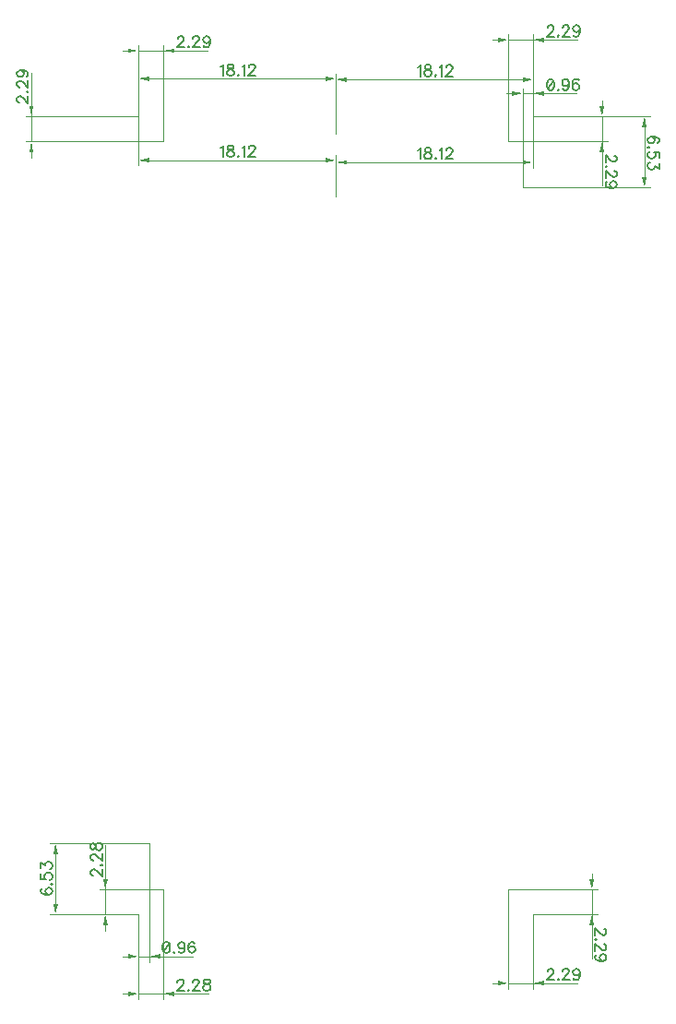
<source format=gbr>
G04 DipTrace 3.0.0.2*
G04 TopDimension.gbr*
%MOIN*%
G04 #@! TF.FileFunction,Drawing,Top*
G04 #@! TF.Part,Single*
%ADD13C,0.001496*%
%ADD120C,0.006176*%
%FSLAX26Y26*%
G04*
G70*
G90*
G75*
G01*
G04 TopDimension*
%LPD*%
X1141732Y3250919D2*
D13*
Y3465617D1*
X1855171Y3311864D2*
Y3465617D1*
X1498451Y3445932D2*
X1181102D1*
G36*
X1141732D2*
X1181102Y3453806D1*
Y3438058D1*
X1141732Y3445932D1*
G37*
X1498451D2*
D13*
X1815801D1*
G36*
X1855171D2*
X1815801Y3438058D1*
Y3453806D1*
X1855171Y3445932D1*
G37*
X1141732Y3250919D2*
D13*
Y3467848D1*
X428294Y3311864D2*
Y3467848D1*
X785013Y3448163D2*
X1102362D1*
G36*
X1141732D2*
X1102362Y3440289D1*
Y3456037D1*
X1141732Y3448163D1*
G37*
X785013D2*
D13*
X467664D1*
G36*
X428294D2*
X467664Y3456037D1*
Y3440289D1*
X428294Y3448163D1*
G37*
X1141732Y3023753D2*
D13*
Y3166142D1*
X1855171Y3311864D2*
Y3126772D1*
X1498451Y3146457D2*
X1181102D1*
G36*
X1141732D2*
X1181102Y3154331D1*
Y3138583D1*
X1141732Y3146457D1*
G37*
X1498451D2*
D13*
X1815801D1*
G36*
X1855171D2*
X1815801Y3138583D1*
Y3154331D1*
X1855171Y3146457D1*
G37*
X1141732Y3023753D2*
D13*
Y3174409D1*
X428294Y3311864D2*
Y3135039D1*
X785013Y3154724D2*
X1102362D1*
G36*
X1141732D2*
X1102362Y3146850D1*
Y3162598D1*
X1141732Y3154724D1*
G37*
X785013D2*
D13*
X467664D1*
G36*
X428294D2*
X467664Y3162598D1*
Y3146850D1*
X428294Y3154724D1*
G37*
X518285Y3221860D2*
D13*
Y3569886D1*
X428294Y3311864D2*
Y3569886D1*
Y3550201D2*
X518285D1*
X369239D2*
X388924D1*
G36*
X428294D2*
X388924Y3542327D1*
Y3558075D1*
X428294Y3550201D1*
G37*
X577340D2*
D13*
X557655D1*
G36*
X518285D2*
X557655Y3558075D1*
Y3542327D1*
X518285Y3550201D1*
G37*
X677039D2*
D13*
X518285D1*
X1765192Y3221871D2*
Y3608886D1*
X1855171Y3311864D2*
Y3608886D1*
X1765192Y3589201D2*
X1855171D1*
X1706136D2*
X1725822D1*
G36*
X1765192D2*
X1725822Y3581327D1*
Y3597075D1*
X1765192Y3589201D1*
G37*
X1914226D2*
D13*
X1894541D1*
G36*
X1855171D2*
X1894541Y3597075D1*
Y3581327D1*
X1855171Y3589201D1*
G37*
X2013924D2*
D13*
X1855171D1*
X1765134Y518299D2*
Y161016D1*
X1855171Y428294D2*
Y161016D1*
X1765134Y180701D2*
X1855171D1*
X1706079D2*
X1725764D1*
G36*
X1765134D2*
X1725764Y172827D1*
Y188575D1*
X1765134Y180701D1*
G37*
X1914226D2*
D13*
X1894541D1*
G36*
X1855171D2*
X1894541Y188575D1*
Y172827D1*
X1855171Y180701D1*
G37*
X2013924D2*
D13*
X1855171D1*
X518241Y518241D2*
Y122016D1*
X428294Y428294D2*
Y122016D1*
Y141701D2*
X518241D1*
X369239D2*
X388924D1*
G36*
X428294D2*
X388924Y133827D1*
Y149575D1*
X428294Y141701D1*
G37*
X577297D2*
D13*
X557612D1*
G36*
X518241D2*
X557612Y149575D1*
Y133827D1*
X518241Y141701D1*
G37*
X678852D2*
D13*
X518241D1*
X1765134Y518299D2*
X2085996D1*
X1855171Y428294D2*
X2085996D1*
X2066311Y518299D2*
Y428294D1*
Y577354D2*
Y557669D1*
G36*
Y518299D2*
X2058437Y557669D1*
X2074185D1*
X2066311Y518299D1*
G37*
Y369239D2*
D13*
Y388924D1*
G36*
Y428294D2*
X2074185Y388924D1*
X2058437D1*
X2066311Y428294D1*
G37*
Y269540D2*
D13*
Y518299D1*
X518241Y518241D2*
X288126D1*
X428294Y428294D2*
X288126D1*
X307811Y518241D2*
Y428294D1*
Y577297D2*
Y557612D1*
G36*
Y518241D2*
X299937Y557612D1*
X315685D1*
X307811Y518241D1*
G37*
Y369239D2*
D13*
Y388924D1*
G36*
Y428294D2*
X315685Y388924D1*
X299937D1*
X307811Y428294D1*
G37*
Y678852D2*
D13*
Y518241D1*
X1765192Y3221871D2*
X2122996D1*
X1855171Y3311864D2*
X2122996D1*
X2103311D2*
Y3221871D1*
Y3370919D2*
Y3351234D1*
G36*
Y3311864D2*
X2095437Y3351234D1*
X2111185D1*
X2103311Y3311864D1*
G37*
Y3162816D2*
D13*
Y3182501D1*
G36*
Y3221871D2*
X2111185Y3182501D1*
X2095437D1*
X2103311Y3221871D1*
G37*
Y3063118D2*
D13*
Y3311864D1*
X518285Y3221860D2*
X21126D1*
X428294Y3311864D2*
X21126D1*
X40811D2*
Y3221860D1*
Y3370919D2*
Y3351234D1*
G36*
Y3311864D2*
X32937Y3351234D1*
X48685D1*
X40811Y3311864D1*
G37*
Y3162804D2*
D13*
Y3182490D1*
G36*
Y3221860D2*
X48685Y3182490D1*
X32937D1*
X40811Y3221860D1*
G37*
Y3470617D2*
D13*
Y3311864D1*
X466273Y685302D2*
Y258005D1*
X428294Y428294D2*
Y258005D1*
Y277690D2*
X466273D1*
X369239D2*
X388924D1*
G36*
X428294D2*
X388924Y269816D1*
Y285564D1*
X428294Y277690D1*
G37*
X525328D2*
D13*
X505643D1*
G36*
X466273D2*
X505643Y285564D1*
Y269816D1*
X466273Y277690D1*
G37*
X623081D2*
D13*
X466273D1*
Y685302D2*
X108136D1*
X428294Y428294D2*
X108136D1*
X127822Y556798D2*
Y645932D1*
G36*
Y685302D2*
X135696Y645932D1*
X119948D1*
X127822Y685302D1*
G37*
Y556798D2*
D13*
Y467664D1*
G36*
Y428294D2*
X119948Y467664D1*
X135696D1*
X127822Y428294D1*
G37*
X1817192Y3054856D2*
D13*
X2276247D1*
X1855171Y3311864D2*
X2276247D1*
X2256562Y3183360D2*
Y3094226D1*
G36*
Y3054856D2*
X2248688Y3094226D1*
X2264436D1*
X2256562Y3054856D1*
G37*
Y3183360D2*
D13*
Y3272493D1*
G36*
Y3311864D2*
X2264436Y3272493D1*
X2248688D1*
X2256562Y3311864D1*
G37*
X1817192Y3054856D2*
D13*
Y3414567D1*
X1855171Y3311864D2*
Y3414567D1*
X1817192Y3394882D2*
X1855171D1*
X1758136D2*
X1777822D1*
G36*
X1817192D2*
X1777822Y3387008D1*
Y3402756D1*
X1817192Y3394882D1*
G37*
X1914226D2*
D13*
X1894541D1*
G36*
X1855171D2*
X1894541Y3402756D1*
Y3387008D1*
X1855171Y3394882D1*
G37*
X2011979D2*
D13*
X1855171D1*
X1438546Y3490641D2*
D120*
X1442393Y3492586D1*
X1448141Y3498290D1*
Y3458143D1*
X1470043Y3498290D2*
X1464339Y3496389D1*
X1462393Y3492586D1*
Y3488740D1*
X1464339Y3484937D1*
X1468141Y3482992D1*
X1475791Y3481090D1*
X1481539Y3479189D1*
X1485341Y3475342D1*
X1487242Y3471540D1*
Y3465792D1*
X1485341Y3461989D1*
X1483440Y3460044D1*
X1477692Y3458143D1*
X1470043D1*
X1464339Y3460044D1*
X1462393Y3461989D1*
X1460492Y3465792D1*
Y3471540D1*
X1462393Y3475342D1*
X1466240Y3479189D1*
X1471944Y3481090D1*
X1479593Y3482992D1*
X1483440Y3484937D1*
X1485341Y3488740D1*
Y3492586D1*
X1483440Y3496389D1*
X1477692Y3498290D1*
X1470043D1*
X1501495Y3461989D2*
X1499594Y3460044D1*
X1501495Y3458143D1*
X1503441Y3460044D1*
X1501495Y3461989D1*
X1515792Y3490641D2*
X1519639Y3492586D1*
X1525387Y3498290D1*
Y3458143D1*
X1539684Y3488740D2*
Y3490641D1*
X1541585Y3494488D1*
X1543486Y3496389D1*
X1547333Y3498290D1*
X1554982D1*
X1558785Y3496389D1*
X1560686Y3494488D1*
X1562632Y3490641D1*
Y3486838D1*
X1560686Y3482992D1*
X1556884Y3477288D1*
X1537738Y3458143D1*
X1564533D1*
X725107Y3492872D2*
X728954Y3494817D1*
X734702Y3500521D1*
Y3460373D1*
X756604Y3500521D2*
X750900Y3498620D1*
X748955Y3494817D1*
Y3490971D1*
X750900Y3487168D1*
X754703Y3485223D1*
X762352Y3483321D1*
X768100Y3481420D1*
X771903Y3477573D1*
X773804Y3473771D1*
Y3468023D1*
X771903Y3464220D1*
X770002Y3462275D1*
X764254Y3460373D1*
X756604D1*
X750900Y3462275D1*
X748955Y3464220D1*
X747054Y3468023D1*
Y3473771D1*
X748955Y3477573D1*
X752802Y3481420D1*
X758505Y3483321D1*
X766155Y3485223D1*
X770002Y3487168D1*
X771903Y3490971D1*
Y3494817D1*
X770002Y3498620D1*
X764254Y3500521D1*
X756604D1*
X788057Y3464220D2*
X786155Y3462275D1*
X788057Y3460373D1*
X790002Y3462275D1*
X788057Y3464220D1*
X802354Y3492872D2*
X806200Y3494817D1*
X811948Y3500521D1*
Y3460373D1*
X826245Y3490971D2*
Y3492872D1*
X828147Y3496719D1*
X830048Y3498620D1*
X833895Y3500521D1*
X841544D1*
X845346Y3498620D1*
X847248Y3496719D1*
X849193Y3492872D1*
Y3489069D1*
X847248Y3485223D1*
X843445Y3479519D1*
X824300Y3460373D1*
X851095D1*
X1438546Y3191166D2*
X1442393Y3193111D1*
X1448141Y3198815D1*
Y3158667D1*
X1470043Y3198815D2*
X1464339Y3196914D1*
X1462393Y3193111D1*
Y3189265D1*
X1464339Y3185462D1*
X1468141Y3183517D1*
X1475791Y3181615D1*
X1481539Y3179714D1*
X1485341Y3175867D1*
X1487242Y3172065D1*
Y3166317D1*
X1485341Y3162514D1*
X1483440Y3160569D1*
X1477692Y3158667D1*
X1470043D1*
X1464339Y3160569D1*
X1462393Y3162514D1*
X1460492Y3166317D1*
Y3172065D1*
X1462393Y3175867D1*
X1466240Y3179714D1*
X1471944Y3181615D1*
X1479593Y3183517D1*
X1483440Y3185462D1*
X1485341Y3189265D1*
Y3193111D1*
X1483440Y3196914D1*
X1477692Y3198815D1*
X1470043D1*
X1501495Y3162514D2*
X1499594Y3160569D1*
X1501495Y3158667D1*
X1503441Y3160569D1*
X1501495Y3162514D1*
X1515792Y3191166D2*
X1519639Y3193111D1*
X1525387Y3198815D1*
Y3158667D1*
X1539684Y3189265D2*
Y3191166D1*
X1541585Y3195013D1*
X1543486Y3196914D1*
X1547333Y3198815D1*
X1554982D1*
X1558785Y3196914D1*
X1560686Y3195013D1*
X1562632Y3191166D1*
Y3187363D1*
X1560686Y3183517D1*
X1556884Y3177813D1*
X1537738Y3158667D1*
X1564533D1*
X725107Y3199434D2*
X728954Y3201379D1*
X734702Y3207083D1*
Y3166935D1*
X756604Y3207083D2*
X750900Y3205182D1*
X748955Y3201379D1*
Y3197532D1*
X750900Y3193730D1*
X754703Y3191784D1*
X762352Y3189883D1*
X768100Y3187982D1*
X771903Y3184135D1*
X773804Y3180333D1*
Y3174584D1*
X771903Y3170782D1*
X770002Y3168836D1*
X764254Y3166935D1*
X756604D1*
X750900Y3168836D1*
X748955Y3170782D1*
X747054Y3174584D1*
Y3180333D1*
X748955Y3184135D1*
X752802Y3187982D1*
X758505Y3189883D1*
X766155Y3191784D1*
X770002Y3193730D1*
X771903Y3197532D1*
Y3201379D1*
X770002Y3205182D1*
X764254Y3207083D1*
X756604D1*
X788057Y3170782D2*
X786155Y3168836D1*
X788057Y3166935D1*
X790002Y3168836D1*
X788057Y3170782D1*
X802354Y3199434D2*
X806200Y3201379D1*
X811948Y3207083D1*
Y3166935D1*
X826245Y3197532D2*
Y3199434D1*
X828147Y3203280D1*
X830048Y3205182D1*
X833895Y3207083D1*
X841544D1*
X845346Y3205182D1*
X847248Y3203280D1*
X849193Y3199434D1*
Y3195631D1*
X847248Y3191784D1*
X843445Y3186081D1*
X824300Y3166935D1*
X851095D1*
X568864Y3593009D2*
Y3594910D1*
X570765Y3598757D1*
X572666Y3600658D1*
X576513Y3602559D1*
X584162D1*
X587965Y3600658D1*
X589866Y3598757D1*
X591812Y3594910D1*
Y3591107D1*
X589866Y3587261D1*
X586064Y3581557D1*
X566918Y3562412D1*
X593713D1*
X607966Y3566258D2*
X606064Y3564313D1*
X607966Y3562412D1*
X609911Y3564313D1*
X607966Y3566258D1*
X624208Y3593009D2*
Y3594910D1*
X626109Y3598757D1*
X628011Y3600658D1*
X631857Y3602559D1*
X639507D1*
X643309Y3600658D1*
X645211Y3598757D1*
X647156Y3594910D1*
Y3591107D1*
X645211Y3587261D1*
X641408Y3581557D1*
X622263Y3562412D1*
X649057D1*
X686302Y3589206D2*
X684357Y3583458D1*
X680554Y3579611D1*
X674806Y3577710D1*
X672905D1*
X667157Y3579611D1*
X663354Y3583458D1*
X661409Y3589206D1*
Y3591107D1*
X663354Y3596856D1*
X667157Y3600658D1*
X672905Y3602559D1*
X674806D1*
X680554Y3600658D1*
X684357Y3596856D1*
X686302Y3589206D1*
Y3579611D1*
X684357Y3570061D1*
X680554Y3564313D1*
X674806Y3562412D1*
X671003D1*
X665255Y3564313D1*
X663354Y3568160D1*
X1905750Y3632009D2*
Y3633910D1*
X1907651Y3637757D1*
X1909552Y3639658D1*
X1913399Y3641559D1*
X1921048D1*
X1924851Y3639658D1*
X1926752Y3637757D1*
X1928698Y3633910D1*
Y3630107D1*
X1926752Y3626261D1*
X1922950Y3620557D1*
X1903804Y3601412D1*
X1930599D1*
X1944852Y3605258D2*
X1942950Y3603313D1*
X1944852Y3601412D1*
X1946797Y3603313D1*
X1944852Y3605258D1*
X1961094Y3632009D2*
Y3633910D1*
X1962995Y3637757D1*
X1964896Y3639658D1*
X1968743Y3641559D1*
X1976393D1*
X1980195Y3639658D1*
X1982096Y3637757D1*
X1984042Y3633910D1*
Y3630107D1*
X1982096Y3626261D1*
X1978294Y3620557D1*
X1959148Y3601412D1*
X1985943D1*
X2023188Y3628206D2*
X2021242Y3622458D1*
X2017440Y3618611D1*
X2011692Y3616710D1*
X2009791D1*
X2004043Y3618611D1*
X2000240Y3622458D1*
X1998295Y3628206D1*
Y3630107D1*
X2000240Y3635856D1*
X2004043Y3639658D1*
X2009791Y3641559D1*
X2011692D1*
X2017440Y3639658D1*
X2021242Y3635856D1*
X2023188Y3628206D1*
Y3618611D1*
X2021242Y3609061D1*
X2017440Y3603313D1*
X2011692Y3601412D1*
X2007889D1*
X2002141Y3603313D1*
X2000240Y3607160D1*
X1905750Y223509D2*
Y225410D1*
X1907651Y229257D1*
X1909552Y231158D1*
X1913399Y233059D1*
X1921048D1*
X1924851Y231158D1*
X1926752Y229257D1*
X1928698Y225410D1*
Y221607D1*
X1926752Y217761D1*
X1922950Y212057D1*
X1903804Y192912D1*
X1930599D1*
X1944852Y196758D2*
X1942950Y194813D1*
X1944852Y192912D1*
X1946797Y194813D1*
X1944852Y196758D1*
X1961094Y223509D2*
Y225410D1*
X1962995Y229257D1*
X1964896Y231158D1*
X1968743Y233059D1*
X1976393D1*
X1980195Y231158D1*
X1982096Y229257D1*
X1984042Y225410D1*
Y221607D1*
X1982096Y217761D1*
X1978294Y212057D1*
X1959148Y192912D1*
X1985943D1*
X2023188Y219706D2*
X2021242Y213958D1*
X2017440Y210111D1*
X2011692Y208210D1*
X2009791D1*
X2004043Y210111D1*
X2000240Y213958D1*
X1998295Y219706D1*
Y221607D1*
X2000240Y227356D1*
X2004043Y231158D1*
X2009791Y233059D1*
X2011692D1*
X2017440Y231158D1*
X2021242Y227356D1*
X2023188Y219706D1*
Y210111D1*
X2021242Y200561D1*
X2017440Y194813D1*
X2011692Y192912D1*
X2007889D1*
X2002141Y194813D1*
X2000240Y198660D1*
X568821Y184509D2*
Y186410D1*
X570722Y190257D1*
X572623Y192158D1*
X576470Y194059D1*
X584119D1*
X587922Y192158D1*
X589823Y190257D1*
X591768Y186410D1*
Y182607D1*
X589823Y178761D1*
X586020Y173057D1*
X566875Y153912D1*
X593670D1*
X607922Y157758D2*
X606021Y155813D1*
X607922Y153912D1*
X609868Y155813D1*
X607922Y157758D1*
X624165Y184509D2*
Y186410D1*
X626066Y190257D1*
X627967Y192158D1*
X631814Y194059D1*
X639463D1*
X643266Y192158D1*
X645167Y190257D1*
X647113Y186410D1*
Y182607D1*
X645167Y178761D1*
X641365Y173057D1*
X622219Y153912D1*
X649014D1*
X670916Y194059D2*
X665212Y192158D1*
X663267Y188356D1*
Y184509D1*
X665212Y180706D1*
X669015Y178761D1*
X676664Y176859D1*
X682412Y174958D1*
X686215Y171111D1*
X688116Y167309D1*
Y161561D1*
X686215Y157758D1*
X684313Y155813D1*
X678565Y153912D1*
X670916D1*
X665212Y155813D1*
X663267Y157758D1*
X661365Y161561D1*
Y167309D1*
X663267Y171111D1*
X667113Y174958D1*
X672817Y176859D1*
X680467Y178761D1*
X684313Y180706D1*
X686215Y184509D1*
Y188356D1*
X684313Y192158D1*
X678565Y194059D1*
X670916D1*
X2109119Y377715D2*
X2111020D1*
X2114867Y375814D1*
X2116768Y373912D1*
X2118670Y370066D1*
Y362416D1*
X2116768Y358614D1*
X2114867Y356712D1*
X2111020Y354767D1*
X2107218D1*
X2103371Y356712D1*
X2097667Y360515D1*
X2078522Y379660D1*
Y352866D1*
X2082369Y338613D2*
X2080423Y340514D1*
X2078522Y338613D1*
X2080423Y336668D1*
X2082369Y338613D1*
X2109119Y322371D2*
X2111020D1*
X2114867Y320469D1*
X2116768Y318568D1*
X2118670Y314721D1*
Y307072D1*
X2116768Y303269D1*
X2114867Y301368D1*
X2111020Y299423D1*
X2107218D1*
X2103371Y301368D1*
X2097667Y305171D1*
X2078522Y324316D1*
Y297521D1*
X2105316Y260277D2*
X2099568Y262222D1*
X2095722Y266025D1*
X2093820Y271773D1*
Y273674D1*
X2095722Y279422D1*
X2099568Y283225D1*
X2105316Y285170D1*
X2107218D1*
X2112966Y283225D1*
X2116768Y279422D1*
X2118670Y273674D1*
Y271773D1*
X2116768Y266025D1*
X2112966Y262222D1*
X2105316Y260277D1*
X2095722D1*
X2086171Y262222D1*
X2080423Y266025D1*
X2078522Y271773D1*
Y275575D1*
X2080423Y281323D1*
X2084270Y283225D1*
X265003Y568821D2*
X263102D1*
X259255Y570722D1*
X257354Y572623D1*
X255452Y576470D1*
Y584119D1*
X257354Y587922D1*
X259255Y589823D1*
X263102Y591768D1*
X266904D1*
X270751Y589823D1*
X276455Y586020D1*
X295600Y566875D1*
Y593670D1*
X291754Y607922D2*
X293699Y606021D1*
X295600Y607922D1*
X293699Y609868D1*
X291754Y607922D1*
X265003Y624165D2*
X263102D1*
X259255Y626066D1*
X257354Y627967D1*
X255452Y631814D1*
Y639463D1*
X257354Y643266D1*
X259255Y645167D1*
X263102Y647113D1*
X266904D1*
X270751Y645167D1*
X276455Y641365D1*
X295600Y622219D1*
Y649014D1*
X255452Y670916D2*
X257354Y665212D1*
X261156Y663267D1*
X265003D1*
X268806Y665212D1*
X270751Y669015D1*
X272652Y676664D1*
X274554Y682412D1*
X278400Y686215D1*
X282203Y688116D1*
X287951D1*
X291754Y686215D1*
X293699Y684313D1*
X295600Y678565D1*
Y670916D1*
X293699Y665212D1*
X291754Y663267D1*
X287951Y661365D1*
X282203D1*
X278400Y663267D1*
X274554Y667113D1*
X272652Y672817D1*
X270751Y680467D1*
X268806Y684313D1*
X265003Y686215D1*
X261156D1*
X257354Y684313D1*
X255452Y678565D1*
Y670916D1*
X2146119Y3171292D2*
X2148020D1*
X2151867Y3169391D1*
X2153768Y3167490D1*
X2155670Y3163643D1*
Y3155994D1*
X2153768Y3152191D1*
X2151867Y3150290D1*
X2148020Y3148344D1*
X2144218D1*
X2140371Y3150290D1*
X2134667Y3154092D1*
X2115522Y3173238D1*
Y3146443D1*
X2119369Y3132190D2*
X2117423Y3134092D1*
X2115522Y3132190D1*
X2117423Y3130245D1*
X2119369Y3132190D1*
X2146119Y3115948D2*
X2148020D1*
X2151867Y3114047D1*
X2153768Y3112146D1*
X2155670Y3108299D1*
Y3100649D1*
X2153768Y3096847D1*
X2151867Y3094946D1*
X2148020Y3093000D1*
X2144218D1*
X2140371Y3094946D1*
X2134667Y3098748D1*
X2115522Y3117894D1*
Y3091099D1*
X2142316Y3053854D2*
X2136568Y3055800D1*
X2132722Y3059602D1*
X2130820Y3065350D1*
Y3067251D1*
X2132722Y3072999D1*
X2136568Y3076802D1*
X2142316Y3078747D1*
X2144218D1*
X2149966Y3076802D1*
X2153768Y3072999D1*
X2155670Y3067251D1*
Y3065350D1*
X2153768Y3059602D1*
X2149966Y3055800D1*
X2142316Y3053854D1*
X2132722D1*
X2123171Y3055800D1*
X2117423Y3059602D1*
X2115522Y3065350D1*
Y3069153D1*
X2117423Y3074901D1*
X2121270Y3076802D1*
X-1997Y3362443D2*
X-3898D1*
X-7745Y3364344D1*
X-9646Y3366245D1*
X-11548Y3370092D1*
Y3377741D1*
X-9646Y3381544D1*
X-7745Y3383445D1*
X-3898Y3385391D1*
X-96D1*
X3751Y3383445D1*
X9455Y3379643D1*
X28600Y3360497D1*
Y3387292D1*
X24754Y3401544D2*
X26699Y3399643D1*
X28600Y3401544D1*
X26699Y3403490D1*
X24754Y3401544D1*
X-1997Y3417787D2*
X-3898D1*
X-7745Y3419688D1*
X-9646Y3421589D1*
X-11548Y3425436D1*
Y3433085D1*
X-9646Y3436888D1*
X-7745Y3438789D1*
X-3898Y3440735D1*
X-96D1*
X3751Y3438789D1*
X9455Y3434987D1*
X28600Y3415841D1*
Y3442636D1*
X1806Y3479881D2*
X7554Y3477935D1*
X11400Y3474133D1*
X13302Y3468385D1*
Y3466483D1*
X11400Y3460735D1*
X7554Y3456933D1*
X1806Y3454987D1*
X-96D1*
X-5844Y3456933D1*
X-9646Y3460735D1*
X-11548Y3466483D1*
Y3468385D1*
X-9646Y3474133D1*
X-5844Y3477935D1*
X1806Y3479881D1*
X11400D1*
X20951Y3477935D1*
X26699Y3474133D1*
X28600Y3468385D1*
Y3464582D1*
X26699Y3458834D1*
X22852Y3456933D1*
X526403Y330049D2*
X520655Y328148D1*
X516808Y322400D1*
X514907Y312849D1*
Y307101D1*
X516808Y297550D1*
X520655Y291802D1*
X526403Y289901D1*
X530205D1*
X535953Y291802D1*
X539756Y297550D1*
X541701Y307101D1*
Y312849D1*
X539756Y322400D1*
X535953Y328148D1*
X530205Y330049D1*
X526403D1*
X539756Y322400D2*
X516808Y297550D1*
X555954Y293748D2*
X554053Y291802D1*
X555954Y289901D1*
X557899Y291802D1*
X555954Y293748D1*
X595144Y316696D2*
X593199Y310948D1*
X589396Y307101D1*
X583648Y305200D1*
X581747D1*
X575999Y307101D1*
X572196Y310948D1*
X570251Y316696D1*
Y318597D1*
X572196Y324345D1*
X575999Y328148D1*
X581747Y330049D1*
X583648D1*
X589396Y328148D1*
X593199Y324345D1*
X595144Y316696D1*
Y307101D1*
X593199Y297550D1*
X589396Y291802D1*
X583648Y289901D1*
X579846D1*
X574098Y291802D1*
X572196Y295649D1*
X630444Y324345D2*
X628542Y328148D1*
X622794Y330049D1*
X618992D1*
X613244Y328148D1*
X609397Y322400D1*
X607496Y312849D1*
Y303298D1*
X609397Y295649D1*
X613244Y291802D1*
X618992Y289901D1*
X620893D1*
X626597Y291802D1*
X630444Y295649D1*
X632345Y301397D1*
Y303298D1*
X630444Y309046D1*
X626597Y312849D1*
X620893Y314750D1*
X618992D1*
X613244Y312849D1*
X609397Y309046D1*
X607496Y303298D1*
X81167Y523164D2*
X77364Y521263D1*
X75463Y515515D1*
Y511712D1*
X77364Y505964D1*
X83112Y502117D1*
X92663Y500216D1*
X102213D1*
X109863Y502117D1*
X113709Y505964D1*
X115611Y511712D1*
Y513613D1*
X113709Y519317D1*
X109863Y523164D1*
X104115Y525065D1*
X102213D1*
X96465Y523164D1*
X92663Y519317D1*
X90762Y513613D1*
Y511712D1*
X92663Y505964D1*
X96465Y502117D1*
X102213Y500216D1*
X111764Y539318D2*
X113709Y537417D1*
X115611Y539318D1*
X113709Y541263D1*
X111764Y539318D1*
X75463Y576563D2*
Y557462D1*
X92663Y555560D1*
X90762Y557462D1*
X88816Y563210D1*
Y568913D1*
X90762Y574661D1*
X94564Y578508D1*
X100312Y580409D1*
X104115D1*
X109863Y578508D1*
X113709Y574661D1*
X115611Y568913D1*
Y563210D1*
X113709Y557462D1*
X111764Y555560D1*
X107961Y553615D1*
X75463Y596608D2*
Y617610D1*
X90762Y606158D1*
Y611906D1*
X92663Y615709D1*
X94564Y617610D1*
X100312Y619555D1*
X104115D1*
X109863Y617610D1*
X113709Y613807D1*
X115611Y608059D1*
Y602311D1*
X113709Y596608D1*
X111764Y594706D1*
X107961Y592761D1*
X2303216Y3216994D2*
X2307019Y3218895D1*
X2308920Y3224643D1*
Y3228445D1*
X2307019Y3234193D1*
X2301271Y3238040D1*
X2291720Y3239941D1*
X2282170D1*
X2274520Y3238040D1*
X2270674Y3234193D1*
X2268772Y3228445D1*
Y3226544D1*
X2270674Y3220840D1*
X2274520Y3216994D1*
X2280269Y3215092D1*
X2282170D1*
X2287918Y3216994D1*
X2291720Y3220840D1*
X2293622Y3226544D1*
Y3228445D1*
X2291720Y3234193D1*
X2287918Y3238040D1*
X2282170Y3239941D1*
X2272619Y3200840D2*
X2270674Y3202741D1*
X2268772Y3200840D1*
X2270674Y3198894D1*
X2272619Y3200840D1*
X2308920Y3163595D2*
Y3182696D1*
X2291720Y3184597D1*
X2293622Y3182696D1*
X2295567Y3176948D1*
Y3171244D1*
X2293622Y3165496D1*
X2289819Y3161649D1*
X2284071Y3159748D1*
X2280269D1*
X2274520Y3161649D1*
X2270674Y3165496D1*
X2268772Y3171244D1*
Y3176948D1*
X2270674Y3182696D1*
X2272619Y3184597D1*
X2276422Y3186543D1*
X2308920Y3143550D2*
Y3122547D1*
X2293622Y3133999D1*
Y3128251D1*
X2291720Y3124449D1*
X2289819Y3122547D1*
X2284071Y3120602D1*
X2280269D1*
X2274520Y3122547D1*
X2270674Y3126350D1*
X2268772Y3132098D1*
Y3137846D1*
X2270674Y3143550D1*
X2272619Y3145451D1*
X2276422Y3147397D1*
X1915300Y3447240D2*
X1909552Y3445339D1*
X1905706Y3439591D1*
X1903804Y3430041D1*
Y3424293D1*
X1905706Y3414742D1*
X1909552Y3408994D1*
X1915300Y3407093D1*
X1919103D1*
X1924851Y3408994D1*
X1928653Y3414742D1*
X1930599Y3424293D1*
Y3430041D1*
X1928653Y3439591D1*
X1924851Y3445339D1*
X1919103Y3447240D1*
X1915300D1*
X1928653Y3439591D2*
X1905706Y3414742D1*
X1944852Y3410939D2*
X1942950Y3408994D1*
X1944852Y3407093D1*
X1946797Y3408994D1*
X1944852Y3410939D1*
X1984042Y3433887D2*
X1982096Y3428139D1*
X1978294Y3424293D1*
X1972546Y3422391D1*
X1970645D1*
X1964896Y3424293D1*
X1961094Y3428139D1*
X1959148Y3433887D1*
Y3435789D1*
X1961094Y3441537D1*
X1964896Y3445339D1*
X1970645Y3447240D1*
X1972546D1*
X1978294Y3445339D1*
X1982096Y3441537D1*
X1984042Y3433887D1*
Y3424293D1*
X1982096Y3414742D1*
X1978294Y3408994D1*
X1972546Y3407093D1*
X1968743D1*
X1962995Y3408994D1*
X1961094Y3412841D1*
X2019341Y3441537D2*
X2017440Y3445339D1*
X2011692Y3447240D1*
X2007889D1*
X2002141Y3445339D1*
X1998295Y3439591D1*
X1996393Y3430041D1*
Y3420490D1*
X1998295Y3412841D1*
X2002141Y3408994D1*
X2007889Y3407093D1*
X2009791D1*
X2015494Y3408994D1*
X2019341Y3412841D1*
X2021242Y3418589D1*
Y3420490D1*
X2019341Y3426238D1*
X2015494Y3430041D1*
X2009791Y3431942D1*
X2007889D1*
X2002141Y3430041D1*
X1998295Y3426238D1*
X1996393Y3420490D1*
M02*

</source>
